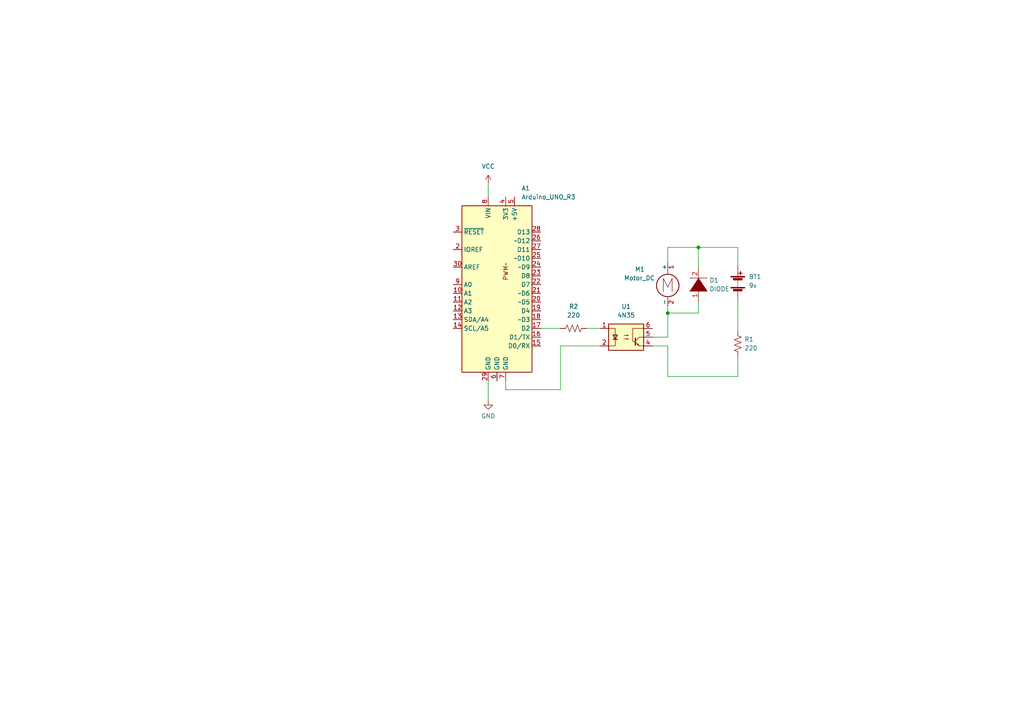
<source format=kicad_sch>
(kicad_sch (version 20211123) (generator eeschema)
  (paper "A4")
  (lib_symbols
    (symbol "Arduino:Arduino_UNO_R3"
      (property "Reference" "A" (at -10.16 23.495 0))
      (property "Value" "Arduino_UNO_R3" (at 5.08 -26.67 0))
      (symbol "Arduino_UNO_R3_0_0"
        (text "PWM~" (at 2.54 3.81 900) (effects (font (size 1.27 1.27))))
      )
      (symbol "Arduino_UNO_R3_0_1"
        (rectangle (start -10.16 22.86) (end 10.16 -25.4) (stroke (width 0.254)) (fill (type background)))
      )
      (symbol "Arduino_UNO_R3_1_1"
        (pin bidirectional line (at -12.7 -2.54 0) (length 2.54) (name "A1") (number "10"))
        (pin bidirectional line (at -12.7 -5.08 0) (length 2.54) (name "A2") (number "11"))
        (pin bidirectional line (at -12.7 -7.62 0) (length 2.54) (name "A3") (number "12"))
        (pin bidirectional line (at -12.7 -10.16 0) (length 2.54) (name "SDA/A4") (number "13"))
        (pin bidirectional line (at -12.7 -12.7 0) (length 2.54) (name "SCL/A5") (number "14"))
        (pin bidirectional line (at 12.7 -17.78 180) (length 2.54) (name "D0/RX") (number "15"))
        (pin bidirectional line (at 12.7 -15.24 180) (length 2.54) (name "D1/TX") (number "16"))
        (pin bidirectional line (at 12.7 -12.7 180) (length 2.54) (name "D2") (number "17"))
        (pin bidirectional line (at 12.7 -10.16 180) (length 2.54) (name "~D3") (number "18"))
        (pin bidirectional line (at 12.7 -7.62 180) (length 2.54) (name "D4") (number "19"))
        (pin output line (at -12.7 10.16 0) (length 2.54) (name "IOREF") (number "2"))
        (pin bidirectional line (at 12.7 -5.08 180) (length 2.54) (name "~D5") (number "20"))
        (pin bidirectional line (at 12.7 -2.54 180) (length 2.54) (name "~D6") (number "21"))
        (pin bidirectional line (at 12.7 0 180) (length 2.54) (name "D7") (number "22"))
        (pin bidirectional line (at 12.7 2.54 180) (length 2.54) (name "D8") (number "23"))
        (pin bidirectional line (at 12.7 5.08 180) (length 2.54) (name "~D9") (number "24"))
        (pin bidirectional line (at 12.7 7.62 180) (length 2.54) (name "~D10") (number "25"))
        (pin bidirectional line (at 12.7 12.7 180) (length 2.54) (name "~D12") (number "26"))
        (pin bidirectional line (at 12.7 10.16 180) (length 2.54) (name "D11") (number "27"))
        (pin bidirectional line (at 12.7 15.24 180) (length 2.54) (name "D13") (number "28"))
        (pin power_in line (at -2.54 -27.94 90) (length 2.54) (name "GND") (number "29"))
        (pin input line (at -12.7 15.24 0) (length 2.54) (name "~{RESET}") (number "3"))
        (pin input line (at -12.7 5.08 0) (length 2.54) (name "AREF") (number "30"))
        (pin power_out line (at 2.54 25.4 270) (length 2.54) (name "3V3") (number "4"))
        (pin power_out line (at 5.08 25.4 270) (length 2.54) (name "+5V") (number "5"))
        (pin power_in line (at 0 -27.94 90) (length 2.54) (name "GND") (number "6"))
        (pin power_in line (at 2.54 -27.94 90) (length 2.54) (name "GND") (number "7"))
        (pin power_in line (at -2.54 25.4 270) (length 2.54) (name "VIN") (number "8"))
        (pin bidirectional line (at -12.7 0 0) (length 2.54) (name "A0") (number "9"))
      )
    )
    (symbol "Device:Battery" (pin_numbers hide) (pin_names (offset 0) hide)
      (property "Reference" "BT" (at 2.54 2.54 0))
      (property "Value" "Battery" (at 2.54 0 0))
      (symbol "Battery_0_1"
        (rectangle (start -2.032 -1.397) (end 2.032 -1.651) (fill (type outline)))
        (rectangle (start -2.032 1.778) (end 2.032 1.524) (fill (type outline)))
        (rectangle (start -1.3208 -1.9812) (end 1.27 -2.4892) (fill (type outline)))
        (rectangle (start -1.3208 1.1938) (end 1.27 0.6858) (fill (type outline)))
        (polyline (pts (xy 0 -1.524) (xy 0 -1.27)))
        (polyline (pts (xy 0 -1.016) (xy 0 -0.762)))
        (polyline (pts (xy 0 -0.508) (xy 0 -0.254)))
        (polyline (pts (xy 0 0) (xy 0 0.254)))
        (polyline (pts (xy 0 0.508) (xy 0 0.762)))
        (polyline (pts (xy 0 1.778) (xy 0 2.54)))
        (polyline (pts (xy 0.254 2.667) (xy 1.27 2.667)) (stroke (width 0.254)))
        (polyline (pts (xy 0.762 3.175) (xy 0.762 2.159)) (stroke (width 0.254)))
      )
      (symbol "Battery_1_1"
        (pin passive line (at 0 5.08 270) (length 2.54) (name "+") (number "1"))
        (pin passive line (at 0 -5.08 90) (length 2.54) (name "-") (number "2"))
      )
    )
    (symbol "Device:R_US" (pin_numbers hide) (pin_names (offset 0))
      (property "Reference" "R" (at 2.54 0 90))
      (property "Value" "R_US" (at -2.54 0 90))
      (symbol "R_US_0_1"
        (polyline (pts (xy 0 -2.286) (xy 0 -2.54)))
        (polyline (pts (xy 0 2.286) (xy 0 2.54)))
        (polyline (pts (xy 0 -0.762) (xy 1.016 -1.143) (xy 0 -1.524) (xy -1.016 -1.905) (xy 0 -2.286)))
        (polyline (pts (xy 0 0.762) (xy 1.016 0.381) (xy 0 0) (xy -1.016 -0.381) (xy 0 -0.762)))
        (polyline (pts (xy 0 2.286) (xy 1.016 1.905) (xy 0 1.524) (xy -1.016 1.143) (xy 0 0.762)))
      )
      (symbol "R_US_1_1"
        (pin passive line (at 0 3.81 270) (length 1.27) (name "~") (number "1"))
        (pin passive line (at 0 -3.81 90) (length 1.27) (name "~") (number "2"))
      )
    )
    (symbol "Isolator:4N35" (pin_names (offset 1.016))
      (property "Reference" "U" (at -5.08 5.08 0))
      (property "Value" "4N35" (at 0 5.08 0))
      (symbol "4N35_0_1"
        (rectangle (start -5.08 3.81) (end 5.08 -3.81) (stroke (width 0.254)) (fill (type background)))
        (polyline (pts (xy -3.81 -0.635) (xy -2.54 -0.635)) (stroke (width 0.254)))
        (polyline (pts (xy 2.667 -1.397) (xy 3.81 -2.54)))
        (polyline (pts (xy 2.667 -1.143) (xy 3.81 0)))
        (polyline (pts (xy 3.81 -2.54) (xy 5.08 -2.54)))
        (polyline (pts (xy 3.81 0) (xy 5.08 0)))
        (polyline (pts (xy 2.667 -0.254) (xy 2.667 -2.286) (xy 2.667 -2.286)) (stroke (width 0.3556)))
        (polyline (pts (xy -5.08 -2.54) (xy -3.175 -2.54) (xy -3.175 2.54) (xy -5.08 2.54)))
        (polyline (pts (xy -3.175 -0.635) (xy -3.81 0.635) (xy -2.54 0.635) (xy -3.175 -0.635)) (stroke (width 0.254)))
        (polyline (pts (xy 3.683 -2.413) (xy 3.429 -1.905) (xy 3.175 -2.159) (xy 3.683 -2.413)))
        (polyline (pts (xy 5.08 2.54) (xy 1.905 2.54) (xy 1.905 -1.27) (xy 2.54 -1.27)))
        (polyline (pts (xy -0.635 -0.508) (xy 0.635 -0.508) (xy 0.254 -0.635) (xy 0.254 -0.381) (xy 0.635 -0.508)))
        (polyline (pts (xy -0.635 0.508) (xy 0.635 0.508) (xy 0.254 0.381) (xy 0.254 0.635) (xy 0.635 0.508)))
      )
      (symbol "4N35_1_1"
        (pin passive line (at -7.62 2.54 0) (length 2.54) (name "~") (number "1"))
        (pin passive line (at -7.62 -2.54 0) (length 2.54) (name "~") (number "2"))
        (pin no_connect line (at -5.08 0 0) (length 2.54) hide (name "NC") (number "3"))
        (pin passive line (at 7.62 -2.54 180) (length 2.54) (name "~") (number "4"))
        (pin passive line (at 7.62 0 180) (length 2.54) (name "~") (number "5"))
        (pin passive line (at 7.62 2.54 180) (length 2.54) (name "~") (number "6"))
      )
    )
    (symbol "Motor:Motor_DC" (pin_names (offset 0))
      (property "Reference" "M" (at 2.54 2.54 0))
      (property "Value" "Motor_DC" (at 2.54 -5.08 0))
      (symbol "Motor_DC_0_0"
        (polyline (pts (xy -1.27 -3.302) (xy -1.27 0.508) (xy 0 -2.032) (xy 1.27 0.508) (xy 1.27 -3.302)))
      )
      (symbol "Motor_DC_0_1"
        (circle (center 0 -1.524) (radius 3.2512) (stroke (width 0.254)))
        (polyline (pts (xy 0 -7.62) (xy 0 -7.112)))
        (polyline (pts (xy 0 -4.7752) (xy 0 -5.1816)))
        (polyline (pts (xy 0 1.7272) (xy 0 2.0828)))
        (polyline (pts (xy 0 2.032) (xy 0 2.54)))
      )
      (symbol "Motor_DC_1_1"
        (pin passive line (at 0 5.08 270) (length 2.54) (name "+") (number "1"))
        (pin passive line (at 0 -7.62 90) (length 2.54) (name "-") (number "2"))
      )
    )
    (symbol "power:GND" (power) (pin_names (offset 0))
      (property "Value" "GND" (at 0 -3.81 0))
      (symbol "GND_0_1"
        (polyline (pts (xy 0 0) (xy 0 -1.27) (xy 1.27 -1.27) (xy 0 -2.54) (xy -1.27 -1.27) (xy 0 -1.27)))
      )
      (symbol "GND_1_1"
        (pin power_in line (at 0 0 270) (length 0) hide (name "GND") (number "1"))
      )
    )
    (symbol "power:VCC" (power) (pin_names (offset 0))
      (property "Value" "VCC" (at 0 3.81 0))
      (symbol "VCC_0_1"
        (polyline (pts (xy -0.762 1.27) (xy 0 2.54)))
        (polyline (pts (xy 0 0) (xy 0 2.54)))
        (polyline (pts (xy 0 2.54) (xy 0.762 1.27)))
      )
      (symbol "VCC_1_1"
        (pin power_in line (at 0 0 90) (length 0) hide (name "VCC") (number "1"))
      )
    )
    (symbol "pspice:DIODE" (pin_names (offset 1.016) hide)
      (property "Reference" "D" (at 0 3.81 0))
      (property "Value" "DIODE" (at 0 -4.445 0))
      (symbol "DIODE_0_1"
        (polyline (pts (xy 1.905 2.54) (xy 1.905 -2.54)))
        (polyline (pts (xy -1.905 2.54) (xy -1.905 -2.54) (xy 1.905 0)) (fill (type outline)))
      )
      (symbol "DIODE_1_1"
        (pin input line (at -5.08 0 0) (length 3.81) (name "K") (number "1"))
        (pin input line (at 5.08 0 180) (length 3.81) (name "A") (number "2"))
      )
    )
  )
  (junction (at 202.565 71.755))
  (junction (at 193.675 90.805))
  (wire (pts (xy 162.56 100.33) (xy 173.99 100.33)))
  (wire (pts (xy 213.995 86.995) (xy 213.995 95.885)))
  (wire (pts (xy 193.675 71.755) (xy 202.565 71.755)))
  (wire (pts (xy 193.675 90.805) (xy 193.675 97.79)))
  (wire (pts (xy 193.675 97.79) (xy 189.23 97.79)))
  (wire (pts (xy 193.675 109.22) (xy 213.995 109.22)))
  (wire (pts (xy 193.675 100.33) (xy 193.675 109.22)))
  (wire (pts (xy 193.675 76.2) (xy 193.675 71.755)))
  (wire (pts (xy 193.675 88.9) (xy 193.675 90.805)))
  (wire (pts (xy 170.18 95.25) (xy 173.99 95.25)))
  (wire (pts (xy 213.995 109.22) (xy 213.995 103.505)))
  (wire (pts (xy 146.685 113.03) (xy 162.56 113.03)))
  (wire (pts (xy 162.56 113.03) (xy 162.56 100.33)))
  (wire (pts (xy 202.565 71.755) (xy 213.995 71.755)))
  (wire (pts (xy 202.565 71.755) (xy 202.565 77.47)))
  (wire (pts (xy 141.605 53.34) (xy 141.605 57.15)))
  (wire (pts (xy 202.565 87.63) (xy 202.565 90.805)))
  (wire (pts (xy 202.565 90.805) (xy 193.675 90.805)))
  (wire (pts (xy 189.23 100.33) (xy 193.675 100.33)))
  (wire (pts (xy 141.605 110.49) (xy 141.605 116.205)))
  (wire (pts (xy 146.685 110.49) (xy 146.685 113.03)))
  (wire (pts (xy 156.845 95.25) (xy 162.56 95.25)))
  (wire (pts (xy 213.995 71.755) (xy 213.995 76.835)))
  (symbol (lib_id "pspice:DIODE") (at 202.565 82.55 90) (unit 1)
    (property "Reference" "D1" (at 205.74 81.2799 90) (effects (justify right)))
    (property "Value" "DIODE" (at 205.74 83.8199 90) (effects (justify right)))
  )
  (symbol (lib_id "Device:Battery") (at 213.995 81.915 0) (unit 1)
    (property "Reference" "BT1" (at 217.17 80.2639 0) (effects (justify left)))
    (property "Value" "9v" (at 217.17 82.8039 0) (effects (justify left)))
  )
  (symbol (lib_id "Device:R_US") (at 213.995 99.695 0) (unit 1)
    (property "Reference" "R1" (at 215.9 98.4249 0) (effects (justify left)))
    (property "Value" "220" (at 215.9 100.9649 0) (effects (justify left)))
  )
  (symbol (lib_id "power:GND") (at 141.605 116.205 0) (unit 1)
    (property "Reference" "#PWR?" (effects hide))
    (property "Value" "GND" (at 141.605 120.65 0))
  )
  (symbol (lib_id "Motor:Motor_DC") (at 193.675 81.28 0) (unit 1)
    (property "Reference" "M1" (at 184.15 78.105 0) (effects (justify left)))
    (property "Value" "Motor_DC" (at 180.975 80.645 0) (effects (justify left)))
  )
  (symbol (lib_id "Arduino:Arduino_UNO_R3") (at 144.145 82.55 0) (unit 1)
    (property "Reference" "A1" (at 151.2444 54.61 0) (effects (justify left)))
    (property "Value" "Arduino_UNO_R3" (at 151.2444 57.15 0) (effects (justify left)))
    (property "Footprint" "Module:Arduino_UNO_R3" (effects hide))
    (property "Datasheet" "https://www.arduino.cc/en/Main/arduinoBoardUno" (effects hide))
  )
  (symbol (lib_id "Device:R_US") (at 166.37 95.25 90) (unit 1)
    (property "Reference" "R2" (at 166.37 88.9 90))
    (property "Value" "220" (at 166.37 91.44 90))
  )
  (symbol (lib_id "Isolator:4N35") (at 181.61 97.79 0) (unit 1)
    (property "Reference" "U1" (at 181.61 88.9 0))
    (property "Value" "4N35" (at 181.61 91.44 0))
    (property "Footprint" "Package_DIP:DIP-6_W7.62mm" (effects hide))
    (property "Datasheet" "https://www.vishay.com/docs/81181/4n35.pdf" (effects hide))
  )
  (symbol (lib_id "power:VCC") (at 141.605 53.34 0) (unit 1)
    (property "Reference" "#PWR?" (effects hide))
    (property "Value" "VCC" (at 141.605 48.26 0))
  )
)
</source>
